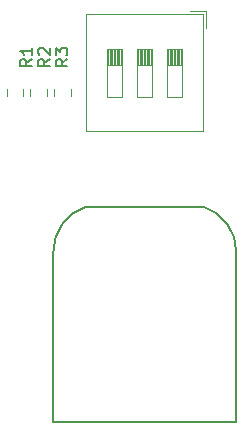
<source format=gbr>
G04 #@! TF.GenerationSoftware,KiCad,Pcbnew,5.0.2-bee76a0~70~ubuntu16.04.1*
G04 #@! TF.CreationDate,2019-11-03T02:02:15+01:00*
G04 #@! TF.ProjectId,lamp,6c616d70-2e6b-4696-9361-645f70636258,rev?*
G04 #@! TF.SameCoordinates,Original*
G04 #@! TF.FileFunction,Legend,Top*
G04 #@! TF.FilePolarity,Positive*
%FSLAX46Y46*%
G04 Gerber Fmt 4.6, Leading zero omitted, Abs format (unit mm)*
G04 Created by KiCad (PCBNEW 5.0.2-bee76a0~70~ubuntu16.04.1) date Sun 03 Nov 2019 02:02:15 AM CET*
%MOMM*%
%LPD*%
G01*
G04 APERTURE LIST*
%ADD10C,0.200000*%
%ADD11C,0.120000*%
%ADD12C,0.150000*%
G04 APERTURE END LIST*
D10*
G04 #@! TO.C,J1*
X87250000Y-101996400D02*
X87250000Y-116349990D01*
X95000000Y-98149990D02*
X99942354Y-98149990D01*
X102750000Y-116349990D02*
X95000000Y-116349990D01*
X95000000Y-98149990D02*
X90057646Y-98149990D01*
X87250000Y-101996400D02*
G75*
G02X90057646Y-98149990I4038569J0D01*
G01*
X102750000Y-101996400D02*
X102750000Y-116349990D01*
X99942354Y-98149990D02*
G75*
G02X102750000Y-101996400I-1230923J-3846410D01*
G01*
X87250000Y-116349990D02*
X95000000Y-116349990D01*
D11*
G04 #@! TO.C,R1*
X83290000Y-88761252D02*
X83290000Y-88238748D01*
X84710000Y-88761252D02*
X84710000Y-88238748D01*
G04 #@! TO.C,R2*
X86710000Y-88761252D02*
X86710000Y-88238748D01*
X85290000Y-88761252D02*
X85290000Y-88238748D01*
G04 #@! TO.C,R3*
X87290000Y-88761252D02*
X87290000Y-88238748D01*
X88710000Y-88761252D02*
X88710000Y-88238748D01*
G04 #@! TO.C,SW1*
X99960000Y-81860000D02*
X99960000Y-91760000D01*
X90040000Y-81860000D02*
X90040000Y-91760000D01*
X99960000Y-81860000D02*
X90040000Y-81860000D01*
X99960000Y-91760000D02*
X90040000Y-91760000D01*
X100200000Y-81620000D02*
X100200000Y-83004000D01*
X100200000Y-81620000D02*
X98817000Y-81620000D01*
X98175000Y-84780000D02*
X96905000Y-84780000D01*
X96905000Y-84780000D02*
X96905000Y-88840000D01*
X96905000Y-88840000D02*
X98175000Y-88840000D01*
X98175000Y-88840000D02*
X98175000Y-84780000D01*
X98055000Y-84780000D02*
X98055000Y-86133333D01*
X97935000Y-84780000D02*
X97935000Y-86133333D01*
X97815000Y-84780000D02*
X97815000Y-86133333D01*
X97695000Y-84780000D02*
X97695000Y-86133333D01*
X97575000Y-84780000D02*
X97575000Y-86133333D01*
X97455000Y-84780000D02*
X97455000Y-86133333D01*
X97335000Y-84780000D02*
X97335000Y-86133333D01*
X97215000Y-84780000D02*
X97215000Y-86133333D01*
X97095000Y-84780000D02*
X97095000Y-86133333D01*
X96975000Y-84780000D02*
X96975000Y-86133333D01*
X98175000Y-86133333D02*
X96905000Y-86133333D01*
X95635000Y-84780000D02*
X94365000Y-84780000D01*
X94365000Y-84780000D02*
X94365000Y-88840000D01*
X94365000Y-88840000D02*
X95635000Y-88840000D01*
X95635000Y-88840000D02*
X95635000Y-84780000D01*
X95515000Y-84780000D02*
X95515000Y-86133333D01*
X95395000Y-84780000D02*
X95395000Y-86133333D01*
X95275000Y-84780000D02*
X95275000Y-86133333D01*
X95155000Y-84780000D02*
X95155000Y-86133333D01*
X95035000Y-84780000D02*
X95035000Y-86133333D01*
X94915000Y-84780000D02*
X94915000Y-86133333D01*
X94795000Y-84780000D02*
X94795000Y-86133333D01*
X94675000Y-84780000D02*
X94675000Y-86133333D01*
X94555000Y-84780000D02*
X94555000Y-86133333D01*
X94435000Y-84780000D02*
X94435000Y-86133333D01*
X95635000Y-86133333D02*
X94365000Y-86133333D01*
X93095000Y-84780000D02*
X91825000Y-84780000D01*
X91825000Y-84780000D02*
X91825000Y-88840000D01*
X91825000Y-88840000D02*
X93095000Y-88840000D01*
X93095000Y-88840000D02*
X93095000Y-84780000D01*
X92975000Y-84780000D02*
X92975000Y-86133333D01*
X92855000Y-84780000D02*
X92855000Y-86133333D01*
X92735000Y-84780000D02*
X92735000Y-86133333D01*
X92615000Y-84780000D02*
X92615000Y-86133333D01*
X92495000Y-84780000D02*
X92495000Y-86133333D01*
X92375000Y-84780000D02*
X92375000Y-86133333D01*
X92255000Y-84780000D02*
X92255000Y-86133333D01*
X92135000Y-84780000D02*
X92135000Y-86133333D01*
X92015000Y-84780000D02*
X92015000Y-86133333D01*
X91895000Y-84780000D02*
X91895000Y-86133333D01*
X93095000Y-86133333D02*
X91825000Y-86133333D01*
G04 #@! TO.C,R1*
D12*
X85452380Y-85666666D02*
X84976190Y-86000000D01*
X85452380Y-86238095D02*
X84452380Y-86238095D01*
X84452380Y-85857142D01*
X84500000Y-85761904D01*
X84547619Y-85714285D01*
X84642857Y-85666666D01*
X84785714Y-85666666D01*
X84880952Y-85714285D01*
X84928571Y-85761904D01*
X84976190Y-85857142D01*
X84976190Y-86238095D01*
X85452380Y-84714285D02*
X85452380Y-85285714D01*
X85452380Y-85000000D02*
X84452380Y-85000000D01*
X84595238Y-85095238D01*
X84690476Y-85190476D01*
X84738095Y-85285714D01*
G04 #@! TO.C,R2*
X86952380Y-85666666D02*
X86476190Y-86000000D01*
X86952380Y-86238095D02*
X85952380Y-86238095D01*
X85952380Y-85857142D01*
X86000000Y-85761904D01*
X86047619Y-85714285D01*
X86142857Y-85666666D01*
X86285714Y-85666666D01*
X86380952Y-85714285D01*
X86428571Y-85761904D01*
X86476190Y-85857142D01*
X86476190Y-86238095D01*
X86047619Y-85285714D02*
X86000000Y-85238095D01*
X85952380Y-85142857D01*
X85952380Y-84904761D01*
X86000000Y-84809523D01*
X86047619Y-84761904D01*
X86142857Y-84714285D01*
X86238095Y-84714285D01*
X86380952Y-84761904D01*
X86952380Y-85333333D01*
X86952380Y-84714285D01*
G04 #@! TO.C,R3*
X88452380Y-85666666D02*
X87976190Y-86000000D01*
X88452380Y-86238095D02*
X87452380Y-86238095D01*
X87452380Y-85857142D01*
X87500000Y-85761904D01*
X87547619Y-85714285D01*
X87642857Y-85666666D01*
X87785714Y-85666666D01*
X87880952Y-85714285D01*
X87928571Y-85761904D01*
X87976190Y-85857142D01*
X87976190Y-86238095D01*
X87452380Y-85333333D02*
X87452380Y-84714285D01*
X87833333Y-85047619D01*
X87833333Y-84904761D01*
X87880952Y-84809523D01*
X87928571Y-84761904D01*
X88023809Y-84714285D01*
X88261904Y-84714285D01*
X88357142Y-84761904D01*
X88404761Y-84809523D01*
X88452380Y-84904761D01*
X88452380Y-85190476D01*
X88404761Y-85285714D01*
X88357142Y-85333333D01*
G04 #@! TD*
M02*

</source>
